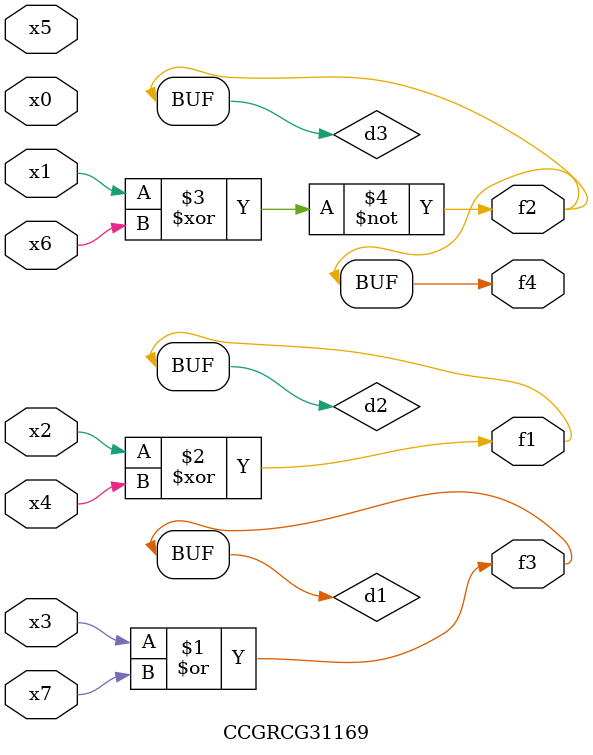
<source format=v>
module CCGRCG31169(
	input x0, x1, x2, x3, x4, x5, x6, x7,
	output f1, f2, f3, f4
);

	wire d1, d2, d3;

	or (d1, x3, x7);
	xor (d2, x2, x4);
	xnor (d3, x1, x6);
	assign f1 = d2;
	assign f2 = d3;
	assign f3 = d1;
	assign f4 = d3;
endmodule

</source>
